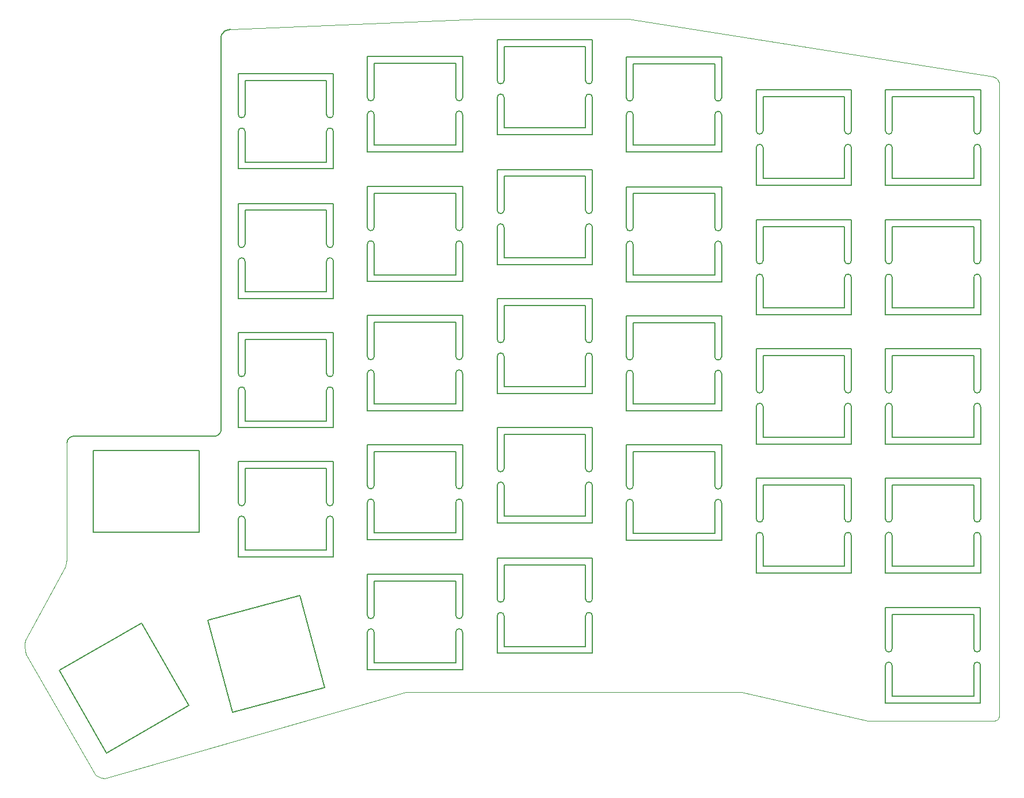
<source format=gbr>
G04 #@! TF.GenerationSoftware,KiCad,Pcbnew,(6.0.2-0)*
G04 #@! TF.CreationDate,2022-03-06T15:41:21+00:00*
G04 #@! TF.ProjectId,SofleKeyboardTopPlate,536f666c-654b-4657-9962-6f617264546f,rev?*
G04 #@! TF.SameCoordinates,Original*
G04 #@! TF.FileFunction,Profile,NP*
%FSLAX46Y46*%
G04 Gerber Fmt 4.6, Leading zero omitted, Abs format (unit mm)*
G04 Created by KiCad (PCBNEW (6.0.2-0)) date 2022-03-06 15:41:21*
%MOMM*%
%LPD*%
G01*
G04 APERTURE LIST*
G04 #@! TA.AperFunction,Profile*
%ADD10C,0.150000*%
G04 #@! TD*
G04 #@! TA.AperFunction,Profile*
%ADD11C,0.100000*%
G04 #@! TD*
G04 APERTURE END LIST*
D10*
X223686000Y-123049000D02*
X223686000Y-129049000D01*
X223686000Y-137049000D02*
X209686000Y-137049000D01*
X222686000Y-124049000D02*
X222686000Y-129049000D01*
X209686000Y-123049000D02*
X223686000Y-123049000D01*
X223686000Y-131549000D02*
X223686000Y-137049000D01*
X210686000Y-131549000D02*
X210686000Y-136049000D01*
X210686000Y-136049000D02*
X222686000Y-136049000D01*
X222686000Y-136049000D02*
X222686000Y-131549000D01*
X210686000Y-131549000D02*
G75*
G03*
X209686000Y-131549000I-500000J0D01*
G01*
X209686000Y-129049000D02*
G75*
G03*
X210686000Y-129049000I500000J0D01*
G01*
X209686000Y-129049000D02*
X209686000Y-123049000D01*
X209686000Y-137049000D02*
X209686000Y-131549000D01*
X210686000Y-124049000D02*
X222686000Y-124049000D01*
X210686000Y-129049000D02*
X210686000Y-124049000D01*
X222686000Y-129049000D02*
G75*
G03*
X223686000Y-129049000I500000J0D01*
G01*
X223686000Y-131549000D02*
G75*
G03*
X222686000Y-131549000I-500000J0D01*
G01*
X166595000Y-115735000D02*
X166595000Y-121735000D01*
X166595000Y-129735000D02*
X152595000Y-129735000D01*
X165595000Y-116735000D02*
X165595000Y-121735000D01*
X152595000Y-115735000D02*
X166595000Y-115735000D01*
X166595000Y-124235000D02*
X166595000Y-129735000D01*
X153595000Y-124235000D02*
X153595000Y-128735000D01*
X153595000Y-128735000D02*
X165595000Y-128735000D01*
X165595000Y-128735000D02*
X165595000Y-124235000D01*
X153595000Y-124235000D02*
G75*
G03*
X152595000Y-124235000I-500000J0D01*
G01*
X152595000Y-121735000D02*
G75*
G03*
X153595000Y-121735000I500000J0D01*
G01*
X152595000Y-121735000D02*
X152595000Y-115735000D01*
X152595000Y-129735000D02*
X152595000Y-124235000D01*
X153595000Y-116735000D02*
X165595000Y-116735000D01*
X153595000Y-121735000D02*
X153595000Y-116735000D01*
X165595000Y-121735000D02*
G75*
G03*
X166595000Y-121735000I500000J0D01*
G01*
X166595000Y-124235000D02*
G75*
G03*
X165595000Y-124235000I-500000J0D01*
G01*
X147495000Y-118145000D02*
X147495000Y-124145000D01*
X147495000Y-132145000D02*
X133495000Y-132145000D01*
X146495000Y-119145000D02*
X146495000Y-124145000D01*
X133495000Y-118145000D02*
X147495000Y-118145000D01*
X147495000Y-126645000D02*
X147495000Y-132145000D01*
X134495000Y-126645000D02*
X134495000Y-131145000D01*
X134495000Y-131145000D02*
X146495000Y-131145000D01*
X146495000Y-131145000D02*
X146495000Y-126645000D01*
X134495000Y-126645000D02*
G75*
G03*
X133495000Y-126645000I-500000J0D01*
G01*
X133495000Y-124145000D02*
G75*
G03*
X134495000Y-124145000I500000J0D01*
G01*
X133495000Y-124145000D02*
X133495000Y-118145000D01*
X133495000Y-132145000D02*
X133495000Y-126645000D01*
X134495000Y-119145000D02*
X146495000Y-119145000D01*
X134495000Y-124145000D02*
X134495000Y-119145000D01*
X146495000Y-124145000D02*
G75*
G03*
X147495000Y-124145000I500000J0D01*
G01*
X147495000Y-126645000D02*
G75*
G03*
X146495000Y-126645000I-500000J0D01*
G01*
X134495000Y-112045000D02*
X146495000Y-112045000D01*
X146495000Y-112045000D02*
X146495000Y-107545000D01*
X134495000Y-107545000D02*
G75*
G03*
X133495000Y-107545000I-500000J0D01*
G01*
X133495000Y-105045000D02*
G75*
G03*
X134495000Y-105045000I500000J0D01*
G01*
X147495000Y-107545000D02*
X147495000Y-113045000D01*
X134495000Y-100045000D02*
X146495000Y-100045000D01*
X134495000Y-105045000D02*
X134495000Y-100045000D01*
X147495000Y-99045000D02*
X147495000Y-105045000D01*
X147495000Y-113045000D02*
X133495000Y-113045000D01*
X146495000Y-100045000D02*
X146495000Y-105045000D01*
X133495000Y-99045000D02*
X147495000Y-99045000D01*
X146495000Y-105045000D02*
G75*
G03*
X147495000Y-105045000I500000J0D01*
G01*
X147495000Y-107545000D02*
G75*
G03*
X146495000Y-107545000I-500000J0D01*
G01*
X134495000Y-107545000D02*
X134495000Y-112045000D01*
X153595000Y-102545000D02*
X153595000Y-97545000D01*
X127495000Y-107545000D02*
G75*
G03*
X128495000Y-107545000I500000J0D01*
G01*
X128495000Y-110045000D02*
G75*
G03*
X127495000Y-110045000I-500000J0D01*
G01*
X209695000Y-103945000D02*
X223695000Y-103945000D01*
X222695000Y-109945000D02*
G75*
G03*
X223695000Y-109945000I500000J0D01*
G01*
X223695000Y-112445000D02*
G75*
G03*
X222695000Y-112445000I-500000J0D01*
G01*
X210695000Y-112445000D02*
X210695000Y-116945000D01*
X210695000Y-116945000D02*
X222695000Y-116945000D01*
X222695000Y-116945000D02*
X222695000Y-112445000D01*
X210695000Y-112445000D02*
G75*
G03*
X209695000Y-112445000I-500000J0D01*
G01*
X209695000Y-109945000D02*
G75*
G03*
X210695000Y-109945000I500000J0D01*
G01*
X209695000Y-109945000D02*
X209695000Y-103945000D01*
X209695000Y-117945000D02*
X209695000Y-112445000D01*
X210695000Y-104945000D02*
X222695000Y-104945000D01*
X210695000Y-109945000D02*
X210695000Y-104945000D01*
X223695000Y-117945000D02*
X209695000Y-117945000D01*
X222695000Y-104945000D02*
X222695000Y-109945000D01*
X165595000Y-97545000D02*
X165595000Y-102545000D01*
X152595000Y-96545000D02*
X166595000Y-96545000D01*
X166595000Y-105045000D02*
X166595000Y-110545000D01*
X166595000Y-110545000D02*
X152595000Y-110545000D01*
X133495000Y-105045000D02*
X133495000Y-99045000D01*
X133495000Y-113045000D02*
X133495000Y-107545000D01*
X223695000Y-103945000D02*
X223695000Y-109945000D01*
X223695000Y-112445000D02*
X223695000Y-117945000D01*
X185595000Y-99085000D02*
X185595000Y-105085000D01*
X171595000Y-99085000D02*
X185595000Y-99085000D01*
X172595000Y-105085000D02*
X172595000Y-100085000D01*
X185595000Y-113085000D02*
X171595000Y-113085000D01*
X184595000Y-100085000D02*
X184595000Y-105085000D01*
X184595000Y-105085000D02*
G75*
G03*
X185595000Y-105085000I500000J0D01*
G01*
X185595000Y-107585000D02*
G75*
G03*
X184595000Y-107585000I-500000J0D01*
G01*
X172595000Y-107585000D02*
X172595000Y-112085000D01*
X172595000Y-112085000D02*
X184595000Y-112085000D01*
X184595000Y-112085000D02*
X184595000Y-107585000D01*
X185595000Y-107585000D02*
X185595000Y-113085000D01*
X172595000Y-107585000D02*
G75*
G03*
X171595000Y-107585000I-500000J0D01*
G01*
X171595000Y-105085000D02*
G75*
G03*
X172595000Y-105085000I500000J0D01*
G01*
X171595000Y-105085000D02*
X171595000Y-99085000D01*
X171595000Y-113085000D02*
X171595000Y-107585000D01*
X172595000Y-100085000D02*
X184595000Y-100085000D01*
X153595000Y-97545000D02*
X165595000Y-97545000D01*
X204695000Y-103945000D02*
X204695000Y-109945000D01*
X165595000Y-102545000D02*
G75*
G03*
X166595000Y-102545000I500000J0D01*
G01*
X166595000Y-105045000D02*
G75*
G03*
X165595000Y-105045000I-500000J0D01*
G01*
X153595000Y-105045000D02*
X153595000Y-109545000D01*
X153595000Y-109545000D02*
X165595000Y-109545000D01*
X165595000Y-109545000D02*
X165595000Y-105045000D01*
X153595000Y-105045000D02*
G75*
G03*
X152595000Y-105045000I-500000J0D01*
G01*
X152595000Y-102545000D02*
G75*
G03*
X153595000Y-102545000I500000J0D01*
G01*
X152595000Y-102545000D02*
X152595000Y-96545000D01*
X152595000Y-110545000D02*
X152595000Y-105045000D01*
X190695000Y-103945000D02*
X204695000Y-103945000D01*
X204695000Y-112445000D02*
X204695000Y-117945000D01*
X166595000Y-96545000D02*
X166595000Y-102545000D01*
X115495000Y-110045000D02*
X115495000Y-114545000D01*
X203695000Y-109945000D02*
G75*
G03*
X204695000Y-109945000I500000J0D01*
G01*
X204695000Y-112445000D02*
G75*
G03*
X203695000Y-112445000I-500000J0D01*
G01*
X191695000Y-112445000D02*
X191695000Y-116945000D01*
X191695000Y-116945000D02*
X203695000Y-116945000D01*
X203695000Y-116945000D02*
X203695000Y-112445000D01*
X191695000Y-112445000D02*
G75*
G03*
X190695000Y-112445000I-500000J0D01*
G01*
X190695000Y-109945000D02*
G75*
G03*
X191695000Y-109945000I500000J0D01*
G01*
X190695000Y-109945000D02*
X190695000Y-103945000D01*
X190695000Y-117945000D02*
X190695000Y-112445000D01*
X191695000Y-104945000D02*
X203695000Y-104945000D01*
X191695000Y-109945000D02*
X191695000Y-104945000D01*
X204695000Y-117945000D02*
X190695000Y-117945000D01*
X203695000Y-104945000D02*
X203695000Y-109945000D01*
X115495000Y-114545000D02*
X127495000Y-114545000D01*
X127495000Y-114545000D02*
X127495000Y-110045000D01*
X115495000Y-110045000D02*
G75*
G03*
X114495000Y-110045000I-500000J0D01*
G01*
X114495000Y-107545000D02*
G75*
G03*
X115495000Y-107545000I500000J0D01*
G01*
X114495000Y-107545000D02*
X114495000Y-101545000D01*
X114495000Y-115545000D02*
X114495000Y-110045000D01*
X115495000Y-102545000D02*
X127495000Y-102545000D01*
X115495000Y-107545000D02*
X115495000Y-102545000D01*
X128495000Y-115545000D02*
X114495000Y-115545000D01*
X127495000Y-102545000D02*
X127495000Y-107545000D01*
X114495000Y-101545000D02*
X128495000Y-101545000D01*
X128495000Y-110045000D02*
X128495000Y-115545000D01*
X128495000Y-101545000D02*
X128495000Y-107545000D01*
X134495000Y-93045000D02*
X146495000Y-93045000D01*
X146495000Y-93045000D02*
X146495000Y-88545000D01*
X134495000Y-88545000D02*
G75*
G03*
X133495000Y-88545000I-500000J0D01*
G01*
X133495000Y-86045000D02*
G75*
G03*
X134495000Y-86045000I500000J0D01*
G01*
X147495000Y-88545000D02*
X147495000Y-94045000D01*
X134495000Y-81045000D02*
X146495000Y-81045000D01*
X134495000Y-86045000D02*
X134495000Y-81045000D01*
X147495000Y-80045000D02*
X147495000Y-86045000D01*
X147495000Y-94045000D02*
X133495000Y-94045000D01*
X146495000Y-81045000D02*
X146495000Y-86045000D01*
X133495000Y-80045000D02*
X147495000Y-80045000D01*
X146495000Y-86045000D02*
G75*
G03*
X147495000Y-86045000I500000J0D01*
G01*
X147495000Y-88545000D02*
G75*
G03*
X146495000Y-88545000I-500000J0D01*
G01*
X134495000Y-88545000D02*
X134495000Y-93045000D01*
X153595000Y-83545000D02*
X153595000Y-78545000D01*
X127495000Y-88545000D02*
G75*
G03*
X128495000Y-88545000I500000J0D01*
G01*
X128495000Y-91045000D02*
G75*
G03*
X127495000Y-91045000I-500000J0D01*
G01*
X209695000Y-84945000D02*
X223695000Y-84945000D01*
X222695000Y-90945000D02*
G75*
G03*
X223695000Y-90945000I500000J0D01*
G01*
X223695000Y-93445000D02*
G75*
G03*
X222695000Y-93445000I-500000J0D01*
G01*
X210695000Y-93445000D02*
X210695000Y-97945000D01*
X210695000Y-97945000D02*
X222695000Y-97945000D01*
X222695000Y-97945000D02*
X222695000Y-93445000D01*
X210695000Y-93445000D02*
G75*
G03*
X209695000Y-93445000I-500000J0D01*
G01*
X209695000Y-90945000D02*
G75*
G03*
X210695000Y-90945000I500000J0D01*
G01*
X209695000Y-90945000D02*
X209695000Y-84945000D01*
X209695000Y-98945000D02*
X209695000Y-93445000D01*
X210695000Y-85945000D02*
X222695000Y-85945000D01*
X210695000Y-90945000D02*
X210695000Y-85945000D01*
X223695000Y-98945000D02*
X209695000Y-98945000D01*
X222695000Y-85945000D02*
X222695000Y-90945000D01*
X165595000Y-78545000D02*
X165595000Y-83545000D01*
X152595000Y-77545000D02*
X166595000Y-77545000D01*
X166595000Y-86045000D02*
X166595000Y-91545000D01*
X166595000Y-91545000D02*
X152595000Y-91545000D01*
X133495000Y-86045000D02*
X133495000Y-80045000D01*
X133495000Y-94045000D02*
X133495000Y-88545000D01*
X223695000Y-84945000D02*
X223695000Y-90945000D01*
X223695000Y-93445000D02*
X223695000Y-98945000D01*
X185595000Y-80085000D02*
X185595000Y-86085000D01*
X171595000Y-80085000D02*
X185595000Y-80085000D01*
X172595000Y-86085000D02*
X172595000Y-81085000D01*
X185595000Y-94085000D02*
X171595000Y-94085000D01*
X184595000Y-81085000D02*
X184595000Y-86085000D01*
X184595000Y-86085000D02*
G75*
G03*
X185595000Y-86085000I500000J0D01*
G01*
X185595000Y-88585000D02*
G75*
G03*
X184595000Y-88585000I-500000J0D01*
G01*
X172595000Y-88585000D02*
X172595000Y-93085000D01*
X172595000Y-93085000D02*
X184595000Y-93085000D01*
X184595000Y-93085000D02*
X184595000Y-88585000D01*
X185595000Y-88585000D02*
X185595000Y-94085000D01*
X172595000Y-88585000D02*
G75*
G03*
X171595000Y-88585000I-500000J0D01*
G01*
X171595000Y-86085000D02*
G75*
G03*
X172595000Y-86085000I500000J0D01*
G01*
X171595000Y-86085000D02*
X171595000Y-80085000D01*
X171595000Y-94085000D02*
X171595000Y-88585000D01*
X172595000Y-81085000D02*
X184595000Y-81085000D01*
X153595000Y-78545000D02*
X165595000Y-78545000D01*
X204695000Y-84945000D02*
X204695000Y-90945000D01*
X165595000Y-83545000D02*
G75*
G03*
X166595000Y-83545000I500000J0D01*
G01*
X166595000Y-86045000D02*
G75*
G03*
X165595000Y-86045000I-500000J0D01*
G01*
X153595000Y-86045000D02*
X153595000Y-90545000D01*
X153595000Y-90545000D02*
X165595000Y-90545000D01*
X165595000Y-90545000D02*
X165595000Y-86045000D01*
X153595000Y-86045000D02*
G75*
G03*
X152595000Y-86045000I-500000J0D01*
G01*
X152595000Y-83545000D02*
G75*
G03*
X153595000Y-83545000I500000J0D01*
G01*
X152595000Y-83545000D02*
X152595000Y-77545000D01*
X152595000Y-91545000D02*
X152595000Y-86045000D01*
X190695000Y-84945000D02*
X204695000Y-84945000D01*
X204695000Y-93445000D02*
X204695000Y-98945000D01*
X166595000Y-77545000D02*
X166595000Y-83545000D01*
X115495000Y-91045000D02*
X115495000Y-95545000D01*
X203695000Y-90945000D02*
G75*
G03*
X204695000Y-90945000I500000J0D01*
G01*
X204695000Y-93445000D02*
G75*
G03*
X203695000Y-93445000I-500000J0D01*
G01*
X191695000Y-93445000D02*
X191695000Y-97945000D01*
X191695000Y-97945000D02*
X203695000Y-97945000D01*
X203695000Y-97945000D02*
X203695000Y-93445000D01*
X191695000Y-93445000D02*
G75*
G03*
X190695000Y-93445000I-500000J0D01*
G01*
X190695000Y-90945000D02*
G75*
G03*
X191695000Y-90945000I500000J0D01*
G01*
X190695000Y-90945000D02*
X190695000Y-84945000D01*
X190695000Y-98945000D02*
X190695000Y-93445000D01*
X191695000Y-85945000D02*
X203695000Y-85945000D01*
X191695000Y-90945000D02*
X191695000Y-85945000D01*
X204695000Y-98945000D02*
X190695000Y-98945000D01*
X203695000Y-85945000D02*
X203695000Y-90945000D01*
X115495000Y-95545000D02*
X127495000Y-95545000D01*
X127495000Y-95545000D02*
X127495000Y-91045000D01*
X115495000Y-91045000D02*
G75*
G03*
X114495000Y-91045000I-500000J0D01*
G01*
X114495000Y-88545000D02*
G75*
G03*
X115495000Y-88545000I500000J0D01*
G01*
X114495000Y-88545000D02*
X114495000Y-82545000D01*
X114495000Y-96545000D02*
X114495000Y-91045000D01*
X115495000Y-83545000D02*
X127495000Y-83545000D01*
X115495000Y-88545000D02*
X115495000Y-83545000D01*
X128495000Y-96545000D02*
X114495000Y-96545000D01*
X127495000Y-83545000D02*
X127495000Y-88545000D01*
X114495000Y-82545000D02*
X128495000Y-82545000D01*
X128495000Y-91045000D02*
X128495000Y-96545000D01*
X128495000Y-82545000D02*
X128495000Y-88545000D01*
X134495000Y-74045000D02*
X146495000Y-74045000D01*
X146495000Y-74045000D02*
X146495000Y-69545000D01*
X134495000Y-69545000D02*
G75*
G03*
X133495000Y-69545000I-500000J0D01*
G01*
X133495000Y-67045000D02*
G75*
G03*
X134495000Y-67045000I500000J0D01*
G01*
X147495000Y-69545000D02*
X147495000Y-75045000D01*
X134495000Y-62045000D02*
X146495000Y-62045000D01*
X134495000Y-67045000D02*
X134495000Y-62045000D01*
X147495000Y-61045000D02*
X147495000Y-67045000D01*
X147495000Y-75045000D02*
X133495000Y-75045000D01*
X146495000Y-62045000D02*
X146495000Y-67045000D01*
X133495000Y-61045000D02*
X147495000Y-61045000D01*
X146495000Y-67045000D02*
G75*
G03*
X147495000Y-67045000I500000J0D01*
G01*
X147495000Y-69545000D02*
G75*
G03*
X146495000Y-69545000I-500000J0D01*
G01*
X134495000Y-69545000D02*
X134495000Y-74045000D01*
X153595000Y-64545000D02*
X153595000Y-59545000D01*
X127495000Y-69545000D02*
G75*
G03*
X128495000Y-69545000I500000J0D01*
G01*
X128495000Y-72045000D02*
G75*
G03*
X127495000Y-72045000I-500000J0D01*
G01*
X209695000Y-65945000D02*
X223695000Y-65945000D01*
X222695000Y-71945000D02*
G75*
G03*
X223695000Y-71945000I500000J0D01*
G01*
X223695000Y-74445000D02*
G75*
G03*
X222695000Y-74445000I-500000J0D01*
G01*
X210695000Y-74445000D02*
X210695000Y-78945000D01*
X210695000Y-78945000D02*
X222695000Y-78945000D01*
X222695000Y-78945000D02*
X222695000Y-74445000D01*
X210695000Y-74445000D02*
G75*
G03*
X209695000Y-74445000I-500000J0D01*
G01*
X209695000Y-71945000D02*
G75*
G03*
X210695000Y-71945000I500000J0D01*
G01*
X209695000Y-71945000D02*
X209695000Y-65945000D01*
X209695000Y-79945000D02*
X209695000Y-74445000D01*
X210695000Y-66945000D02*
X222695000Y-66945000D01*
X210695000Y-71945000D02*
X210695000Y-66945000D01*
X223695000Y-79945000D02*
X209695000Y-79945000D01*
X222695000Y-66945000D02*
X222695000Y-71945000D01*
X165595000Y-59545000D02*
X165595000Y-64545000D01*
X152595000Y-58545000D02*
X166595000Y-58545000D01*
X166595000Y-67045000D02*
X166595000Y-72545000D01*
X166595000Y-72545000D02*
X152595000Y-72545000D01*
X133495000Y-67045000D02*
X133495000Y-61045000D01*
X133495000Y-75045000D02*
X133495000Y-69545000D01*
X223695000Y-65945000D02*
X223695000Y-71945000D01*
X223695000Y-74445000D02*
X223695000Y-79945000D01*
X185595000Y-61085000D02*
X185595000Y-67085000D01*
X171595000Y-61085000D02*
X185595000Y-61085000D01*
X172595000Y-67085000D02*
X172595000Y-62085000D01*
X185595000Y-75085000D02*
X171595000Y-75085000D01*
X184595000Y-62085000D02*
X184595000Y-67085000D01*
X184595000Y-67085000D02*
G75*
G03*
X185595000Y-67085000I500000J0D01*
G01*
X185595000Y-69585000D02*
G75*
G03*
X184595000Y-69585000I-500000J0D01*
G01*
X172595000Y-69585000D02*
X172595000Y-74085000D01*
X172595000Y-74085000D02*
X184595000Y-74085000D01*
X184595000Y-74085000D02*
X184595000Y-69585000D01*
X185595000Y-69585000D02*
X185595000Y-75085000D01*
X172595000Y-69585000D02*
G75*
G03*
X171595000Y-69585000I-500000J0D01*
G01*
X171595000Y-67085000D02*
G75*
G03*
X172595000Y-67085000I500000J0D01*
G01*
X171595000Y-67085000D02*
X171595000Y-61085000D01*
X171595000Y-75085000D02*
X171595000Y-69585000D01*
X172595000Y-62085000D02*
X184595000Y-62085000D01*
X153595000Y-59545000D02*
X165595000Y-59545000D01*
X204695000Y-65945000D02*
X204695000Y-71945000D01*
X165595000Y-64545000D02*
G75*
G03*
X166595000Y-64545000I500000J0D01*
G01*
X166595000Y-67045000D02*
G75*
G03*
X165595000Y-67045000I-500000J0D01*
G01*
X153595000Y-67045000D02*
X153595000Y-71545000D01*
X153595000Y-71545000D02*
X165595000Y-71545000D01*
X165595000Y-71545000D02*
X165595000Y-67045000D01*
X153595000Y-67045000D02*
G75*
G03*
X152595000Y-67045000I-500000J0D01*
G01*
X152595000Y-64545000D02*
G75*
G03*
X153595000Y-64545000I500000J0D01*
G01*
X152595000Y-64545000D02*
X152595000Y-58545000D01*
X152595000Y-72545000D02*
X152595000Y-67045000D01*
X190695000Y-65945000D02*
X204695000Y-65945000D01*
X204695000Y-74445000D02*
X204695000Y-79945000D01*
X166595000Y-58545000D02*
X166595000Y-64545000D01*
X115495000Y-72045000D02*
X115495000Y-76545000D01*
X203695000Y-71945000D02*
G75*
G03*
X204695000Y-71945000I500000J0D01*
G01*
X204695000Y-74445000D02*
G75*
G03*
X203695000Y-74445000I-500000J0D01*
G01*
X191695000Y-74445000D02*
X191695000Y-78945000D01*
X191695000Y-78945000D02*
X203695000Y-78945000D01*
X203695000Y-78945000D02*
X203695000Y-74445000D01*
X191695000Y-74445000D02*
G75*
G03*
X190695000Y-74445000I-500000J0D01*
G01*
X190695000Y-71945000D02*
G75*
G03*
X191695000Y-71945000I500000J0D01*
G01*
X190695000Y-71945000D02*
X190695000Y-65945000D01*
X190695000Y-79945000D02*
X190695000Y-74445000D01*
X191695000Y-66945000D02*
X203695000Y-66945000D01*
X191695000Y-71945000D02*
X191695000Y-66945000D01*
X204695000Y-79945000D02*
X190695000Y-79945000D01*
X203695000Y-66945000D02*
X203695000Y-71945000D01*
X115495000Y-76545000D02*
X127495000Y-76545000D01*
X127495000Y-76545000D02*
X127495000Y-72045000D01*
X115495000Y-72045000D02*
G75*
G03*
X114495000Y-72045000I-500000J0D01*
G01*
X114495000Y-69545000D02*
G75*
G03*
X115495000Y-69545000I500000J0D01*
G01*
X114495000Y-69545000D02*
X114495000Y-63545000D01*
X114495000Y-77545000D02*
X114495000Y-72045000D01*
X115495000Y-64545000D02*
X127495000Y-64545000D01*
X115495000Y-69545000D02*
X115495000Y-64545000D01*
X128495000Y-77545000D02*
X114495000Y-77545000D01*
X127495000Y-64545000D02*
X127495000Y-69545000D01*
X114495000Y-63545000D02*
X128495000Y-63545000D01*
X128495000Y-72045000D02*
X128495000Y-77545000D01*
X128495000Y-63545000D02*
X128495000Y-69545000D01*
X222695000Y-52845000D02*
G75*
G03*
X223695000Y-52845000I500000J0D01*
G01*
X223695000Y-55345000D02*
G75*
G03*
X222695000Y-55345000I-500000J0D01*
G01*
X210695000Y-55345000D02*
X210695000Y-59845000D01*
X210695000Y-59845000D02*
X222695000Y-59845000D01*
X222695000Y-59845000D02*
X222695000Y-55345000D01*
X210695000Y-55345000D02*
G75*
G03*
X209695000Y-55345000I-500000J0D01*
G01*
X209695000Y-52845000D02*
G75*
G03*
X210695000Y-52845000I500000J0D01*
G01*
X209695000Y-52845000D02*
X209695000Y-46845000D01*
X209695000Y-60845000D02*
X209695000Y-55345000D01*
X210695000Y-47845000D02*
X222695000Y-47845000D01*
X210695000Y-52845000D02*
X210695000Y-47845000D01*
X223695000Y-60845000D02*
X209695000Y-60845000D01*
X222695000Y-47845000D02*
X222695000Y-52845000D01*
X209695000Y-46845000D02*
X223695000Y-46845000D01*
X223695000Y-55345000D02*
X223695000Y-60845000D01*
X223695000Y-46845000D02*
X223695000Y-52845000D01*
X203695000Y-52845000D02*
G75*
G03*
X204695000Y-52845000I500000J0D01*
G01*
X204695000Y-55345000D02*
G75*
G03*
X203695000Y-55345000I-500000J0D01*
G01*
X191695000Y-55345000D02*
X191695000Y-59845000D01*
X191695000Y-59845000D02*
X203695000Y-59845000D01*
X203695000Y-59845000D02*
X203695000Y-55345000D01*
X191695000Y-55345000D02*
G75*
G03*
X190695000Y-55345000I-500000J0D01*
G01*
X190695000Y-52845000D02*
G75*
G03*
X191695000Y-52845000I500000J0D01*
G01*
X190695000Y-52845000D02*
X190695000Y-46845000D01*
X190695000Y-60845000D02*
X190695000Y-55345000D01*
X191695000Y-47845000D02*
X203695000Y-47845000D01*
X191695000Y-52845000D02*
X191695000Y-47845000D01*
X204695000Y-60845000D02*
X190695000Y-60845000D01*
X203695000Y-47845000D02*
X203695000Y-52845000D01*
X190695000Y-46845000D02*
X204695000Y-46845000D01*
X204695000Y-55345000D02*
X204695000Y-60845000D01*
X204695000Y-46845000D02*
X204695000Y-52845000D01*
X184595000Y-47985000D02*
G75*
G03*
X185595000Y-47985000I500000J0D01*
G01*
X185595000Y-50485000D02*
G75*
G03*
X184595000Y-50485000I-500000J0D01*
G01*
X172595000Y-50485000D02*
X172595000Y-54985000D01*
X172595000Y-54985000D02*
X184595000Y-54985000D01*
X184595000Y-54985000D02*
X184595000Y-50485000D01*
X172595000Y-50485000D02*
G75*
G03*
X171595000Y-50485000I-500000J0D01*
G01*
X171595000Y-47985000D02*
G75*
G03*
X172595000Y-47985000I500000J0D01*
G01*
X171595000Y-47985000D02*
X171595000Y-41985000D01*
X171595000Y-55985000D02*
X171595000Y-50485000D01*
X172595000Y-42985000D02*
X184595000Y-42985000D01*
X172595000Y-47985000D02*
X172595000Y-42985000D01*
X185595000Y-55985000D02*
X171595000Y-55985000D01*
X184595000Y-42985000D02*
X184595000Y-47985000D01*
X171595000Y-41985000D02*
X185595000Y-41985000D01*
X185595000Y-50485000D02*
X185595000Y-55985000D01*
X185595000Y-41985000D02*
X185595000Y-47985000D01*
X165595000Y-45445000D02*
G75*
G03*
X166595000Y-45445000I500000J0D01*
G01*
X166595000Y-47945000D02*
G75*
G03*
X165595000Y-47945000I-500000J0D01*
G01*
X153595000Y-47945000D02*
X153595000Y-52445000D01*
X153595000Y-52445000D02*
X165595000Y-52445000D01*
X165595000Y-52445000D02*
X165595000Y-47945000D01*
X153595000Y-47945000D02*
G75*
G03*
X152595000Y-47945000I-500000J0D01*
G01*
X152595000Y-45445000D02*
G75*
G03*
X153595000Y-45445000I500000J0D01*
G01*
X152595000Y-45445000D02*
X152595000Y-39445000D01*
X152595000Y-53445000D02*
X152595000Y-47945000D01*
X153595000Y-40445000D02*
X165595000Y-40445000D01*
X153595000Y-45445000D02*
X153595000Y-40445000D01*
X166595000Y-53445000D02*
X152595000Y-53445000D01*
X165595000Y-40445000D02*
X165595000Y-45445000D01*
X152595000Y-39445000D02*
X166595000Y-39445000D01*
X166595000Y-47945000D02*
X166595000Y-53445000D01*
X166595000Y-39445000D02*
X166595000Y-45445000D01*
X146495000Y-47945000D02*
G75*
G03*
X147495000Y-47945000I500000J0D01*
G01*
X147495000Y-50445000D02*
G75*
G03*
X146495000Y-50445000I-500000J0D01*
G01*
X134495000Y-50445000D02*
X134495000Y-54945000D01*
X134495000Y-54945000D02*
X146495000Y-54945000D01*
X146495000Y-54945000D02*
X146495000Y-50445000D01*
X134495000Y-50445000D02*
G75*
G03*
X133495000Y-50445000I-500000J0D01*
G01*
X133495000Y-47945000D02*
G75*
G03*
X134495000Y-47945000I500000J0D01*
G01*
X133495000Y-47945000D02*
X133495000Y-41945000D01*
X133495000Y-55945000D02*
X133495000Y-50445000D01*
X134495000Y-42945000D02*
X146495000Y-42945000D01*
X134495000Y-47945000D02*
X134495000Y-42945000D01*
X147495000Y-55945000D02*
X133495000Y-55945000D01*
X146495000Y-42945000D02*
X146495000Y-47945000D01*
X133495000Y-41945000D02*
X147495000Y-41945000D01*
X147495000Y-50445000D02*
X147495000Y-55945000D01*
X147495000Y-41945000D02*
X147495000Y-47945000D01*
X107267178Y-137407178D02*
X95142822Y-144407178D01*
X100267178Y-125282822D02*
X107267178Y-137407178D01*
X95142822Y-144407178D02*
X88142822Y-132282822D01*
X88142822Y-132282822D02*
X100267178Y-125282822D01*
X108795000Y-111945000D02*
X108795000Y-105945000D01*
D11*
X226278881Y-45442807D02*
X226365281Y-45623672D01*
X93545000Y-147645000D02*
X83295000Y-129845000D01*
X171945000Y-36445000D02*
X225470441Y-44890146D01*
X89270257Y-115845000D02*
X89195000Y-116495000D01*
X94345000Y-148095000D02*
X94895000Y-148195000D01*
X83145000Y-129345000D02*
X83095000Y-128745000D01*
X93895000Y-147945000D02*
X94345000Y-148095000D01*
X225672111Y-44941776D02*
X225856871Y-45026466D01*
X89195000Y-116495000D02*
X88995000Y-117095000D01*
X83095000Y-128745000D02*
X83095000Y-128345000D01*
X93545000Y-147645000D02*
X93895000Y-147945000D01*
X225470441Y-44890146D02*
X225672111Y-44941776D01*
X226419381Y-45819571D02*
X226438181Y-46026902D01*
X83195000Y-127845000D02*
X88995000Y-117095000D01*
X226365281Y-45623672D02*
X226419381Y-45819571D01*
X149995000Y-36445000D02*
X113395000Y-37900000D01*
X139149128Y-135445000D02*
X188495000Y-135445000D01*
X83295000Y-129845000D02*
X83145000Y-129345000D01*
X83095000Y-128345000D02*
X83195000Y-127845000D01*
X139149128Y-135445000D02*
X94895000Y-148195000D01*
X226021621Y-45140600D02*
X226163321Y-45280582D01*
X149995000Y-36445000D02*
X171945000Y-36445000D01*
X226163321Y-45280582D02*
X226278881Y-45442807D01*
X89270257Y-115845000D02*
X89300000Y-98800000D01*
X225856871Y-45026466D02*
X226021621Y-45140600D01*
X225865741Y-139704819D02*
X207105300Y-139704820D01*
X225865741Y-139704819D02*
G75*
G03*
X226439802Y-139135974I5080J568958D01*
G01*
X226438181Y-46026902D02*
X226439802Y-139135974D01*
X207105300Y-139704820D02*
X188495000Y-135445000D01*
D10*
X110021786Y-124895253D02*
X123544747Y-121271786D01*
X127168214Y-134794747D02*
X113645253Y-138418214D01*
X112695000Y-38100000D02*
X112995000Y-38000000D01*
X128495000Y-52945000D02*
G75*
G03*
X127495000Y-52945000I-500000J0D01*
G01*
X127495000Y-50445000D02*
G75*
G03*
X128495000Y-50445000I500000J0D01*
G01*
X90300000Y-97800000D02*
X110995000Y-97800000D01*
X112095000Y-38700000D02*
X112295000Y-38400000D01*
X114495000Y-44445000D02*
X128495000Y-44445000D01*
X111995000Y-39045000D02*
X112095000Y-38700000D01*
X108795000Y-105945000D02*
X108795000Y-99945000D01*
X93195000Y-111945000D02*
X108795000Y-111945000D01*
X112995000Y-38000000D02*
X113395000Y-37900000D01*
X127495000Y-45445000D02*
X127495000Y-50445000D01*
X90300000Y-97800000D02*
G75*
G03*
X89300000Y-98800000I-1J-999999D01*
G01*
X110995000Y-97800000D02*
G75*
G03*
X111995000Y-96800000I1J999999D01*
G01*
X128495000Y-58445000D02*
X114495000Y-58445000D01*
X115495000Y-50445000D02*
X115495000Y-45445000D01*
X93195000Y-99945000D02*
X93195000Y-111945000D01*
X115495000Y-45445000D02*
X127495000Y-45445000D01*
X114495000Y-58445000D02*
X114495000Y-52945000D01*
X114495000Y-50445000D02*
X114495000Y-44445000D01*
X114495000Y-50445000D02*
G75*
G03*
X115495000Y-50445000I500000J0D01*
G01*
X115495000Y-52945000D02*
G75*
G03*
X114495000Y-52945000I-500000J0D01*
G01*
X127495000Y-57445000D02*
X127495000Y-52945000D01*
X113645253Y-138418214D02*
X110021786Y-124895253D01*
X115495000Y-52945000D02*
X115495000Y-57445000D01*
X128495000Y-44445000D02*
X128495000Y-50445000D01*
X128495000Y-52945000D02*
X128495000Y-58445000D01*
X112295000Y-38400000D02*
X112495000Y-38200000D01*
X108795000Y-99945000D02*
X93195000Y-99945000D01*
X111995000Y-96800000D02*
X111995000Y-39045000D01*
X123544747Y-121271786D02*
X127168214Y-134794747D01*
X112495000Y-38200000D02*
X112695000Y-38100000D01*
X115495000Y-57445000D02*
X127495000Y-57445000D01*
M02*

</source>
